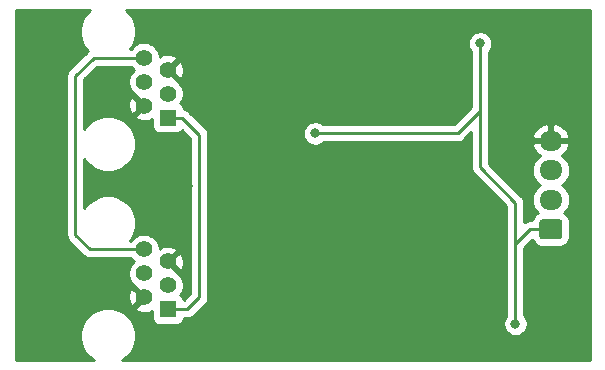
<source format=gbr>
G04 #@! TF.GenerationSoftware,KiCad,Pcbnew,5.1.7-a382d34a8~87~ubuntu20.04.1*
G04 #@! TF.CreationDate,2020-11-16T15:14:02+01:00*
G04 #@! TF.ProjectId,LocoNetInterface_V1.1,4c6f636f-4e65-4744-996e-746572666163,rev?*
G04 #@! TF.SameCoordinates,Original*
G04 #@! TF.FileFunction,Copper,L2,Bot*
G04 #@! TF.FilePolarity,Positive*
%FSLAX46Y46*%
G04 Gerber Fmt 4.6, Leading zero omitted, Abs format (unit mm)*
G04 Created by KiCad (PCBNEW 5.1.7-a382d34a8~87~ubuntu20.04.1) date 2020-11-16 15:14:02*
%MOMM*%
%LPD*%
G01*
G04 APERTURE LIST*
G04 #@! TA.AperFunction,ComponentPad*
%ADD10R,1.398000X1.398000*%
G04 #@! TD*
G04 #@! TA.AperFunction,ComponentPad*
%ADD11C,1.398000*%
G04 #@! TD*
G04 #@! TA.AperFunction,ComponentPad*
%ADD12O,1.950000X1.700000*%
G04 #@! TD*
G04 #@! TA.AperFunction,ViaPad*
%ADD13C,0.800000*%
G04 #@! TD*
G04 #@! TA.AperFunction,Conductor*
%ADD14C,0.250000*%
G04 #@! TD*
G04 #@! TA.AperFunction,Conductor*
%ADD15C,0.254000*%
G04 #@! TD*
G04 #@! TA.AperFunction,Conductor*
%ADD16C,0.100000*%
G04 #@! TD*
G04 APERTURE END LIST*
D10*
X53580000Y-126040000D03*
D11*
X53580000Y-124008000D03*
X53580000Y-121976000D03*
X51550000Y-125024000D03*
X51548000Y-122992000D03*
X51550000Y-120960000D03*
D10*
X53580000Y-109790000D03*
D11*
X53580000Y-107758000D03*
X53580000Y-105726000D03*
X51550000Y-108774000D03*
X51548000Y-106742000D03*
X51550000Y-104710000D03*
D12*
X86000000Y-111750000D03*
X86000000Y-114250000D03*
X86000000Y-116750000D03*
G04 #@! TA.AperFunction,ComponentPad*
G36*
G01*
X86725000Y-120100000D02*
X85275000Y-120100000D01*
G75*
G02*
X85025000Y-119850000I0J250000D01*
G01*
X85025000Y-118650000D01*
G75*
G02*
X85275000Y-118400000I250000J0D01*
G01*
X86725000Y-118400000D01*
G75*
G02*
X86975000Y-118650000I0J-250000D01*
G01*
X86975000Y-119850000D01*
G75*
G02*
X86725000Y-120100000I-250000J0D01*
G01*
G37*
G04 #@! TD.AperFunction*
D13*
X69215000Y-121920000D03*
X80645000Y-117475000D03*
X78105000Y-109220000D03*
X72390000Y-104140000D03*
X55245000Y-115570000D03*
X78750000Y-105000000D03*
X67500000Y-126750000D03*
X80010000Y-103505000D03*
X66040000Y-111125000D03*
X83000000Y-127250000D03*
D14*
X46960000Y-120960000D02*
X51550000Y-120960000D01*
X45750000Y-119750000D02*
X46960000Y-120960000D01*
X45750000Y-106250000D02*
X45750000Y-119750000D01*
X47290000Y-104710000D02*
X45750000Y-106250000D01*
X51550000Y-104710000D02*
X47290000Y-104710000D01*
X53580000Y-109790000D02*
X54790000Y-109790000D01*
X54790000Y-109790000D02*
X56250000Y-111250000D01*
X56250000Y-111250000D02*
X56250000Y-125000000D01*
X55210000Y-126040000D02*
X53580000Y-126040000D01*
X56250000Y-125000000D02*
X55210000Y-126040000D01*
X80010000Y-105875000D02*
X80010000Y-103505000D01*
X80010000Y-105875000D02*
X80010000Y-109220000D01*
X80010000Y-109220000D02*
X78105000Y-111125000D01*
X78105000Y-111125000D02*
X66040000Y-111125000D01*
X80010000Y-107442500D02*
X80010000Y-105875000D01*
X84250000Y-119250000D02*
X86000000Y-119250000D01*
X83000000Y-120500000D02*
X84250000Y-119250000D01*
X83000000Y-127250000D02*
X83000000Y-120500000D01*
X80010000Y-109220000D02*
X80010000Y-114010000D01*
X80010000Y-114010000D02*
X83000000Y-117000000D01*
X83000000Y-117000000D02*
X83000000Y-120500000D01*
D15*
X46666868Y-100983088D02*
X46408595Y-101369621D01*
X46230694Y-101799113D01*
X46140000Y-102255060D01*
X46140000Y-102719940D01*
X46230694Y-103175887D01*
X46408595Y-103605379D01*
X46666868Y-103991912D01*
X46802153Y-104127197D01*
X46782083Y-104143668D01*
X46749999Y-104169999D01*
X46726201Y-104198997D01*
X45239003Y-105686196D01*
X45209999Y-105709999D01*
X45154871Y-105777174D01*
X45115026Y-105825724D01*
X45068733Y-105912332D01*
X45044454Y-105957754D01*
X45000997Y-106101015D01*
X44990000Y-106212668D01*
X44990000Y-106212678D01*
X44986324Y-106250000D01*
X44990000Y-106287322D01*
X44990001Y-119712668D01*
X44986324Y-119750000D01*
X45000998Y-119898985D01*
X45044454Y-120042246D01*
X45115026Y-120174276D01*
X45170534Y-120241912D01*
X45210000Y-120290001D01*
X45238998Y-120313799D01*
X46396205Y-121471008D01*
X46419999Y-121500001D01*
X46448992Y-121523795D01*
X46448996Y-121523799D01*
X46519685Y-121581811D01*
X46535724Y-121594974D01*
X46667753Y-121665546D01*
X46811014Y-121709003D01*
X46922667Y-121720000D01*
X46922676Y-121720000D01*
X46959999Y-121723676D01*
X46997322Y-121720000D01*
X50453427Y-121720000D01*
X50513814Y-121810376D01*
X50678438Y-121975000D01*
X50511814Y-122141624D01*
X50365824Y-122360114D01*
X50265265Y-122602886D01*
X50214000Y-122860612D01*
X50214000Y-123123388D01*
X50265265Y-123381114D01*
X50365824Y-123623886D01*
X50511814Y-123842376D01*
X50697624Y-124028186D01*
X50809225Y-124102755D01*
X50809050Y-124103445D01*
X51550000Y-124844395D01*
X51564143Y-124830253D01*
X51743748Y-125009858D01*
X51729605Y-125024000D01*
X51743748Y-125038143D01*
X51564143Y-125217748D01*
X51550000Y-125203605D01*
X50809050Y-125944555D01*
X50868389Y-126178221D01*
X51106664Y-126289018D01*
X51361975Y-126351202D01*
X51624512Y-126362382D01*
X51884186Y-126322129D01*
X52131017Y-126231990D01*
X52231611Y-126178221D01*
X52242928Y-126133657D01*
X52242928Y-126739000D01*
X52255188Y-126863482D01*
X52291498Y-126983180D01*
X52350463Y-127093494D01*
X52429815Y-127190185D01*
X52526506Y-127269537D01*
X52636820Y-127328502D01*
X52756518Y-127364812D01*
X52881000Y-127377072D01*
X54279000Y-127377072D01*
X54403482Y-127364812D01*
X54523180Y-127328502D01*
X54633494Y-127269537D01*
X54730185Y-127190185D01*
X54809537Y-127093494D01*
X54868502Y-126983180D01*
X54904812Y-126863482D01*
X54911064Y-126800000D01*
X55172678Y-126800000D01*
X55210000Y-126803676D01*
X55247322Y-126800000D01*
X55247333Y-126800000D01*
X55358986Y-126789003D01*
X55502247Y-126745546D01*
X55634276Y-126674974D01*
X55750001Y-126580001D01*
X55773804Y-126550998D01*
X56761003Y-125563799D01*
X56790001Y-125540001D01*
X56849636Y-125467336D01*
X56884974Y-125424277D01*
X56955546Y-125292247D01*
X56959261Y-125280000D01*
X56999003Y-125148986D01*
X57010000Y-125037333D01*
X57010000Y-125037324D01*
X57013676Y-125000001D01*
X57010000Y-124962678D01*
X57010000Y-111287323D01*
X57013676Y-111250000D01*
X57010000Y-111212677D01*
X57010000Y-111212667D01*
X56999003Y-111101014D01*
X56975357Y-111023061D01*
X65005000Y-111023061D01*
X65005000Y-111226939D01*
X65044774Y-111426898D01*
X65122795Y-111615256D01*
X65236063Y-111784774D01*
X65380226Y-111928937D01*
X65549744Y-112042205D01*
X65738102Y-112120226D01*
X65938061Y-112160000D01*
X66141939Y-112160000D01*
X66341898Y-112120226D01*
X66530256Y-112042205D01*
X66699774Y-111928937D01*
X66743711Y-111885000D01*
X78067678Y-111885000D01*
X78105000Y-111888676D01*
X78142322Y-111885000D01*
X78142333Y-111885000D01*
X78253986Y-111874003D01*
X78397247Y-111830546D01*
X78529276Y-111759974D01*
X78645001Y-111665001D01*
X78668804Y-111635997D01*
X79250000Y-111054801D01*
X79250001Y-113972668D01*
X79246324Y-114010000D01*
X79260998Y-114158985D01*
X79304454Y-114302246D01*
X79375026Y-114434276D01*
X79446201Y-114521002D01*
X79470000Y-114550001D01*
X79498998Y-114573799D01*
X82240000Y-117314802D01*
X82240001Y-120462667D01*
X82236324Y-120500000D01*
X82240001Y-120537332D01*
X82240000Y-126546289D01*
X82196063Y-126590226D01*
X82082795Y-126759744D01*
X82004774Y-126948102D01*
X81965000Y-127148061D01*
X81965000Y-127351939D01*
X82004774Y-127551898D01*
X82082795Y-127740256D01*
X82196063Y-127909774D01*
X82340226Y-128053937D01*
X82509744Y-128167205D01*
X82698102Y-128245226D01*
X82898061Y-128285000D01*
X83101939Y-128285000D01*
X83301898Y-128245226D01*
X83490256Y-128167205D01*
X83659774Y-128053937D01*
X83803937Y-127909774D01*
X83917205Y-127740256D01*
X83995226Y-127551898D01*
X84035000Y-127351939D01*
X84035000Y-127148061D01*
X83995226Y-126948102D01*
X83917205Y-126759744D01*
X83803937Y-126590226D01*
X83760000Y-126546289D01*
X83760000Y-120814801D01*
X84438335Y-120136467D01*
X84454528Y-120189850D01*
X84536595Y-120343386D01*
X84647038Y-120477962D01*
X84781614Y-120588405D01*
X84935150Y-120670472D01*
X85101746Y-120721008D01*
X85275000Y-120738072D01*
X86725000Y-120738072D01*
X86898254Y-120721008D01*
X87064850Y-120670472D01*
X87218386Y-120588405D01*
X87352962Y-120477962D01*
X87463405Y-120343386D01*
X87545472Y-120189850D01*
X87596008Y-120023254D01*
X87613072Y-119850000D01*
X87613072Y-118650000D01*
X87596008Y-118476746D01*
X87545472Y-118310150D01*
X87463405Y-118156614D01*
X87352962Y-118022038D01*
X87218386Y-117911595D01*
X87116663Y-117857223D01*
X87180134Y-117805134D01*
X87365706Y-117579014D01*
X87503599Y-117321034D01*
X87588513Y-117041111D01*
X87617185Y-116750000D01*
X87588513Y-116458889D01*
X87503599Y-116178966D01*
X87365706Y-115920986D01*
X87180134Y-115694866D01*
X86954014Y-115509294D01*
X86936626Y-115500000D01*
X86954014Y-115490706D01*
X87180134Y-115305134D01*
X87365706Y-115079014D01*
X87503599Y-114821034D01*
X87588513Y-114541111D01*
X87617185Y-114250000D01*
X87588513Y-113958889D01*
X87503599Y-113678966D01*
X87365706Y-113420986D01*
X87180134Y-113194866D01*
X86954014Y-113009294D01*
X86928278Y-112995538D01*
X87134429Y-112839049D01*
X87327496Y-112621193D01*
X87474352Y-112369858D01*
X87566476Y-112106890D01*
X87445155Y-111877000D01*
X86127000Y-111877000D01*
X86127000Y-111897000D01*
X85873000Y-111897000D01*
X85873000Y-111877000D01*
X84554845Y-111877000D01*
X84433524Y-112106890D01*
X84525648Y-112369858D01*
X84672504Y-112621193D01*
X84865571Y-112839049D01*
X85071722Y-112995538D01*
X85045986Y-113009294D01*
X84819866Y-113194866D01*
X84634294Y-113420986D01*
X84496401Y-113678966D01*
X84411487Y-113958889D01*
X84382815Y-114250000D01*
X84411487Y-114541111D01*
X84496401Y-114821034D01*
X84634294Y-115079014D01*
X84819866Y-115305134D01*
X85045986Y-115490706D01*
X85063374Y-115500000D01*
X85045986Y-115509294D01*
X84819866Y-115694866D01*
X84634294Y-115920986D01*
X84496401Y-116178966D01*
X84411487Y-116458889D01*
X84382815Y-116750000D01*
X84411487Y-117041111D01*
X84496401Y-117321034D01*
X84634294Y-117579014D01*
X84819866Y-117805134D01*
X84883337Y-117857223D01*
X84781614Y-117911595D01*
X84647038Y-118022038D01*
X84536595Y-118156614D01*
X84454528Y-118310150D01*
X84403992Y-118476746D01*
X84402687Y-118490000D01*
X84287323Y-118490000D01*
X84250000Y-118486324D01*
X84212677Y-118490000D01*
X84212667Y-118490000D01*
X84101014Y-118500997D01*
X83957753Y-118544454D01*
X83825723Y-118615026D01*
X83783108Y-118650000D01*
X83760000Y-118668964D01*
X83760000Y-117037333D01*
X83763677Y-117000000D01*
X83749003Y-116851014D01*
X83705546Y-116707753D01*
X83634974Y-116575724D01*
X83563799Y-116488997D01*
X83540001Y-116459999D01*
X83511004Y-116436202D01*
X80770000Y-113695199D01*
X80770000Y-111393110D01*
X84433524Y-111393110D01*
X84554845Y-111623000D01*
X85873000Y-111623000D01*
X85873000Y-110423835D01*
X86127000Y-110423835D01*
X86127000Y-111623000D01*
X87445155Y-111623000D01*
X87566476Y-111393110D01*
X87474352Y-111130142D01*
X87327496Y-110878807D01*
X87134429Y-110660951D01*
X86902570Y-110484947D01*
X86640830Y-110357558D01*
X86359267Y-110283680D01*
X86127000Y-110423835D01*
X85873000Y-110423835D01*
X85640733Y-110283680D01*
X85359170Y-110357558D01*
X85097430Y-110484947D01*
X84865571Y-110660951D01*
X84672504Y-110878807D01*
X84525648Y-111130142D01*
X84433524Y-111393110D01*
X80770000Y-111393110D01*
X80770000Y-109257323D01*
X80773676Y-109220000D01*
X80770000Y-109182677D01*
X80770000Y-104208711D01*
X80813937Y-104164774D01*
X80927205Y-103995256D01*
X81005226Y-103806898D01*
X81045000Y-103606939D01*
X81045000Y-103403061D01*
X81005226Y-103203102D01*
X80927205Y-103014744D01*
X80813937Y-102845226D01*
X80669774Y-102701063D01*
X80500256Y-102587795D01*
X80311898Y-102509774D01*
X80111939Y-102470000D01*
X79908061Y-102470000D01*
X79708102Y-102509774D01*
X79519744Y-102587795D01*
X79350226Y-102701063D01*
X79206063Y-102845226D01*
X79092795Y-103014744D01*
X79014774Y-103203102D01*
X78975000Y-103403061D01*
X78975000Y-103606939D01*
X79014774Y-103806898D01*
X79092795Y-103995256D01*
X79206063Y-104164774D01*
X79250001Y-104208712D01*
X79250000Y-105837667D01*
X79250000Y-105837668D01*
X79250001Y-108905197D01*
X77790199Y-110365000D01*
X66743711Y-110365000D01*
X66699774Y-110321063D01*
X66530256Y-110207795D01*
X66341898Y-110129774D01*
X66141939Y-110090000D01*
X65938061Y-110090000D01*
X65738102Y-110129774D01*
X65549744Y-110207795D01*
X65380226Y-110321063D01*
X65236063Y-110465226D01*
X65122795Y-110634744D01*
X65044774Y-110823102D01*
X65005000Y-111023061D01*
X56975357Y-111023061D01*
X56955546Y-110957753D01*
X56884974Y-110825724D01*
X56790001Y-110709999D01*
X56761004Y-110686202D01*
X55353804Y-109279003D01*
X55330001Y-109249999D01*
X55214276Y-109155026D01*
X55082247Y-109084454D01*
X54938986Y-109040997D01*
X54911884Y-109038328D01*
X54904812Y-108966518D01*
X54868502Y-108846820D01*
X54809537Y-108736506D01*
X54730185Y-108639815D01*
X54642992Y-108568258D01*
X54762176Y-108389886D01*
X54862735Y-108147114D01*
X54914000Y-107889388D01*
X54914000Y-107626612D01*
X54862735Y-107368886D01*
X54762176Y-107126114D01*
X54616186Y-106907624D01*
X54430376Y-106721814D01*
X54320485Y-106648387D01*
X54320950Y-106646555D01*
X53580000Y-105905605D01*
X53565858Y-105919748D01*
X53386253Y-105740143D01*
X53400395Y-105726000D01*
X53759605Y-105726000D01*
X54500555Y-106466950D01*
X54734221Y-106407611D01*
X54845018Y-106169336D01*
X54907202Y-105914025D01*
X54918382Y-105651488D01*
X54878129Y-105391814D01*
X54787990Y-105144983D01*
X54734221Y-105044389D01*
X54500555Y-104985050D01*
X53759605Y-105726000D01*
X53400395Y-105726000D01*
X53386253Y-105711858D01*
X53565858Y-105532253D01*
X53580000Y-105546395D01*
X54320950Y-104805445D01*
X54261611Y-104571779D01*
X54023336Y-104460982D01*
X53768025Y-104398798D01*
X53505488Y-104387618D01*
X53245814Y-104427871D01*
X52998983Y-104518010D01*
X52898389Y-104571779D01*
X52884000Y-104628440D01*
X52884000Y-104578612D01*
X52832735Y-104320886D01*
X52732176Y-104078114D01*
X52586186Y-103859624D01*
X52400376Y-103673814D01*
X52181886Y-103527824D01*
X51939114Y-103427265D01*
X51681388Y-103376000D01*
X51418612Y-103376000D01*
X51160886Y-103427265D01*
X50918114Y-103527824D01*
X50699624Y-103673814D01*
X50513814Y-103859624D01*
X50453427Y-103950000D01*
X50361137Y-103950000D01*
X50591405Y-103605379D01*
X50769306Y-103175887D01*
X50860000Y-102719940D01*
X50860000Y-102255060D01*
X50769306Y-101799113D01*
X50591405Y-101369621D01*
X50333132Y-100983088D01*
X50060044Y-100710000D01*
X89290001Y-100710000D01*
X89290000Y-130290000D01*
X49713520Y-130290000D01*
X50004412Y-130095632D01*
X50333132Y-129766912D01*
X50591405Y-129380379D01*
X50769306Y-128950887D01*
X50860000Y-128494940D01*
X50860000Y-128030060D01*
X50769306Y-127574113D01*
X50591405Y-127144621D01*
X50333132Y-126758088D01*
X50004412Y-126429368D01*
X49617879Y-126171095D01*
X49188387Y-125993194D01*
X48732440Y-125902500D01*
X48267560Y-125902500D01*
X47811613Y-125993194D01*
X47382121Y-126171095D01*
X46995588Y-126429368D01*
X46666868Y-126758088D01*
X46408595Y-127144621D01*
X46230694Y-127574113D01*
X46140000Y-128030060D01*
X46140000Y-128494940D01*
X46230694Y-128950887D01*
X46408595Y-129380379D01*
X46666868Y-129766912D01*
X46995588Y-130095632D01*
X47286480Y-130290000D01*
X40710000Y-130290000D01*
X40710000Y-125098512D01*
X50211618Y-125098512D01*
X50251871Y-125358186D01*
X50342010Y-125605017D01*
X50395779Y-125705611D01*
X50629445Y-125764950D01*
X51370395Y-125024000D01*
X50629445Y-124283050D01*
X50395779Y-124342389D01*
X50284982Y-124580664D01*
X50222798Y-124835975D01*
X50211618Y-125098512D01*
X40710000Y-125098512D01*
X40710000Y-100710000D01*
X46939956Y-100710000D01*
X46666868Y-100983088D01*
G04 #@! TA.AperFunction,Conductor*
D16*
G36*
X46666868Y-100983088D02*
G01*
X46408595Y-101369621D01*
X46230694Y-101799113D01*
X46140000Y-102255060D01*
X46140000Y-102719940D01*
X46230694Y-103175887D01*
X46408595Y-103605379D01*
X46666868Y-103991912D01*
X46802153Y-104127197D01*
X46782083Y-104143668D01*
X46749999Y-104169999D01*
X46726201Y-104198997D01*
X45239003Y-105686196D01*
X45209999Y-105709999D01*
X45154871Y-105777174D01*
X45115026Y-105825724D01*
X45068733Y-105912332D01*
X45044454Y-105957754D01*
X45000997Y-106101015D01*
X44990000Y-106212668D01*
X44990000Y-106212678D01*
X44986324Y-106250000D01*
X44990000Y-106287322D01*
X44990001Y-119712668D01*
X44986324Y-119750000D01*
X45000998Y-119898985D01*
X45044454Y-120042246D01*
X45115026Y-120174276D01*
X45170534Y-120241912D01*
X45210000Y-120290001D01*
X45238998Y-120313799D01*
X46396205Y-121471008D01*
X46419999Y-121500001D01*
X46448992Y-121523795D01*
X46448996Y-121523799D01*
X46519685Y-121581811D01*
X46535724Y-121594974D01*
X46667753Y-121665546D01*
X46811014Y-121709003D01*
X46922667Y-121720000D01*
X46922676Y-121720000D01*
X46959999Y-121723676D01*
X46997322Y-121720000D01*
X50453427Y-121720000D01*
X50513814Y-121810376D01*
X50678438Y-121975000D01*
X50511814Y-122141624D01*
X50365824Y-122360114D01*
X50265265Y-122602886D01*
X50214000Y-122860612D01*
X50214000Y-123123388D01*
X50265265Y-123381114D01*
X50365824Y-123623886D01*
X50511814Y-123842376D01*
X50697624Y-124028186D01*
X50809225Y-124102755D01*
X50809050Y-124103445D01*
X51550000Y-124844395D01*
X51564143Y-124830253D01*
X51743748Y-125009858D01*
X51729605Y-125024000D01*
X51743748Y-125038143D01*
X51564143Y-125217748D01*
X51550000Y-125203605D01*
X50809050Y-125944555D01*
X50868389Y-126178221D01*
X51106664Y-126289018D01*
X51361975Y-126351202D01*
X51624512Y-126362382D01*
X51884186Y-126322129D01*
X52131017Y-126231990D01*
X52231611Y-126178221D01*
X52242928Y-126133657D01*
X52242928Y-126739000D01*
X52255188Y-126863482D01*
X52291498Y-126983180D01*
X52350463Y-127093494D01*
X52429815Y-127190185D01*
X52526506Y-127269537D01*
X52636820Y-127328502D01*
X52756518Y-127364812D01*
X52881000Y-127377072D01*
X54279000Y-127377072D01*
X54403482Y-127364812D01*
X54523180Y-127328502D01*
X54633494Y-127269537D01*
X54730185Y-127190185D01*
X54809537Y-127093494D01*
X54868502Y-126983180D01*
X54904812Y-126863482D01*
X54911064Y-126800000D01*
X55172678Y-126800000D01*
X55210000Y-126803676D01*
X55247322Y-126800000D01*
X55247333Y-126800000D01*
X55358986Y-126789003D01*
X55502247Y-126745546D01*
X55634276Y-126674974D01*
X55750001Y-126580001D01*
X55773804Y-126550998D01*
X56761003Y-125563799D01*
X56790001Y-125540001D01*
X56849636Y-125467336D01*
X56884974Y-125424277D01*
X56955546Y-125292247D01*
X56959261Y-125280000D01*
X56999003Y-125148986D01*
X57010000Y-125037333D01*
X57010000Y-125037324D01*
X57013676Y-125000001D01*
X57010000Y-124962678D01*
X57010000Y-111287323D01*
X57013676Y-111250000D01*
X57010000Y-111212677D01*
X57010000Y-111212667D01*
X56999003Y-111101014D01*
X56975357Y-111023061D01*
X65005000Y-111023061D01*
X65005000Y-111226939D01*
X65044774Y-111426898D01*
X65122795Y-111615256D01*
X65236063Y-111784774D01*
X65380226Y-111928937D01*
X65549744Y-112042205D01*
X65738102Y-112120226D01*
X65938061Y-112160000D01*
X66141939Y-112160000D01*
X66341898Y-112120226D01*
X66530256Y-112042205D01*
X66699774Y-111928937D01*
X66743711Y-111885000D01*
X78067678Y-111885000D01*
X78105000Y-111888676D01*
X78142322Y-111885000D01*
X78142333Y-111885000D01*
X78253986Y-111874003D01*
X78397247Y-111830546D01*
X78529276Y-111759974D01*
X78645001Y-111665001D01*
X78668804Y-111635997D01*
X79250000Y-111054801D01*
X79250001Y-113972668D01*
X79246324Y-114010000D01*
X79260998Y-114158985D01*
X79304454Y-114302246D01*
X79375026Y-114434276D01*
X79446201Y-114521002D01*
X79470000Y-114550001D01*
X79498998Y-114573799D01*
X82240000Y-117314802D01*
X82240001Y-120462667D01*
X82236324Y-120500000D01*
X82240001Y-120537332D01*
X82240000Y-126546289D01*
X82196063Y-126590226D01*
X82082795Y-126759744D01*
X82004774Y-126948102D01*
X81965000Y-127148061D01*
X81965000Y-127351939D01*
X82004774Y-127551898D01*
X82082795Y-127740256D01*
X82196063Y-127909774D01*
X82340226Y-128053937D01*
X82509744Y-128167205D01*
X82698102Y-128245226D01*
X82898061Y-128285000D01*
X83101939Y-128285000D01*
X83301898Y-128245226D01*
X83490256Y-128167205D01*
X83659774Y-128053937D01*
X83803937Y-127909774D01*
X83917205Y-127740256D01*
X83995226Y-127551898D01*
X84035000Y-127351939D01*
X84035000Y-127148061D01*
X83995226Y-126948102D01*
X83917205Y-126759744D01*
X83803937Y-126590226D01*
X83760000Y-126546289D01*
X83760000Y-120814801D01*
X84438335Y-120136467D01*
X84454528Y-120189850D01*
X84536595Y-120343386D01*
X84647038Y-120477962D01*
X84781614Y-120588405D01*
X84935150Y-120670472D01*
X85101746Y-120721008D01*
X85275000Y-120738072D01*
X86725000Y-120738072D01*
X86898254Y-120721008D01*
X87064850Y-120670472D01*
X87218386Y-120588405D01*
X87352962Y-120477962D01*
X87463405Y-120343386D01*
X87545472Y-120189850D01*
X87596008Y-120023254D01*
X87613072Y-119850000D01*
X87613072Y-118650000D01*
X87596008Y-118476746D01*
X87545472Y-118310150D01*
X87463405Y-118156614D01*
X87352962Y-118022038D01*
X87218386Y-117911595D01*
X87116663Y-117857223D01*
X87180134Y-117805134D01*
X87365706Y-117579014D01*
X87503599Y-117321034D01*
X87588513Y-117041111D01*
X87617185Y-116750000D01*
X87588513Y-116458889D01*
X87503599Y-116178966D01*
X87365706Y-115920986D01*
X87180134Y-115694866D01*
X86954014Y-115509294D01*
X86936626Y-115500000D01*
X86954014Y-115490706D01*
X87180134Y-115305134D01*
X87365706Y-115079014D01*
X87503599Y-114821034D01*
X87588513Y-114541111D01*
X87617185Y-114250000D01*
X87588513Y-113958889D01*
X87503599Y-113678966D01*
X87365706Y-113420986D01*
X87180134Y-113194866D01*
X86954014Y-113009294D01*
X86928278Y-112995538D01*
X87134429Y-112839049D01*
X87327496Y-112621193D01*
X87474352Y-112369858D01*
X87566476Y-112106890D01*
X87445155Y-111877000D01*
X86127000Y-111877000D01*
X86127000Y-111897000D01*
X85873000Y-111897000D01*
X85873000Y-111877000D01*
X84554845Y-111877000D01*
X84433524Y-112106890D01*
X84525648Y-112369858D01*
X84672504Y-112621193D01*
X84865571Y-112839049D01*
X85071722Y-112995538D01*
X85045986Y-113009294D01*
X84819866Y-113194866D01*
X84634294Y-113420986D01*
X84496401Y-113678966D01*
X84411487Y-113958889D01*
X84382815Y-114250000D01*
X84411487Y-114541111D01*
X84496401Y-114821034D01*
X84634294Y-115079014D01*
X84819866Y-115305134D01*
X85045986Y-115490706D01*
X85063374Y-115500000D01*
X85045986Y-115509294D01*
X84819866Y-115694866D01*
X84634294Y-115920986D01*
X84496401Y-116178966D01*
X84411487Y-116458889D01*
X84382815Y-116750000D01*
X84411487Y-117041111D01*
X84496401Y-117321034D01*
X84634294Y-117579014D01*
X84819866Y-117805134D01*
X84883337Y-117857223D01*
X84781614Y-117911595D01*
X84647038Y-118022038D01*
X84536595Y-118156614D01*
X84454528Y-118310150D01*
X84403992Y-118476746D01*
X84402687Y-118490000D01*
X84287323Y-118490000D01*
X84250000Y-118486324D01*
X84212677Y-118490000D01*
X84212667Y-118490000D01*
X84101014Y-118500997D01*
X83957753Y-118544454D01*
X83825723Y-118615026D01*
X83783108Y-118650000D01*
X83760000Y-118668964D01*
X83760000Y-117037333D01*
X83763677Y-117000000D01*
X83749003Y-116851014D01*
X83705546Y-116707753D01*
X83634974Y-116575724D01*
X83563799Y-116488997D01*
X83540001Y-116459999D01*
X83511004Y-116436202D01*
X80770000Y-113695199D01*
X80770000Y-111393110D01*
X84433524Y-111393110D01*
X84554845Y-111623000D01*
X85873000Y-111623000D01*
X85873000Y-110423835D01*
X86127000Y-110423835D01*
X86127000Y-111623000D01*
X87445155Y-111623000D01*
X87566476Y-111393110D01*
X87474352Y-111130142D01*
X87327496Y-110878807D01*
X87134429Y-110660951D01*
X86902570Y-110484947D01*
X86640830Y-110357558D01*
X86359267Y-110283680D01*
X86127000Y-110423835D01*
X85873000Y-110423835D01*
X85640733Y-110283680D01*
X85359170Y-110357558D01*
X85097430Y-110484947D01*
X84865571Y-110660951D01*
X84672504Y-110878807D01*
X84525648Y-111130142D01*
X84433524Y-111393110D01*
X80770000Y-111393110D01*
X80770000Y-109257323D01*
X80773676Y-109220000D01*
X80770000Y-109182677D01*
X80770000Y-104208711D01*
X80813937Y-104164774D01*
X80927205Y-103995256D01*
X81005226Y-103806898D01*
X81045000Y-103606939D01*
X81045000Y-103403061D01*
X81005226Y-103203102D01*
X80927205Y-103014744D01*
X80813937Y-102845226D01*
X80669774Y-102701063D01*
X80500256Y-102587795D01*
X80311898Y-102509774D01*
X80111939Y-102470000D01*
X79908061Y-102470000D01*
X79708102Y-102509774D01*
X79519744Y-102587795D01*
X79350226Y-102701063D01*
X79206063Y-102845226D01*
X79092795Y-103014744D01*
X79014774Y-103203102D01*
X78975000Y-103403061D01*
X78975000Y-103606939D01*
X79014774Y-103806898D01*
X79092795Y-103995256D01*
X79206063Y-104164774D01*
X79250001Y-104208712D01*
X79250000Y-105837667D01*
X79250000Y-105837668D01*
X79250001Y-108905197D01*
X77790199Y-110365000D01*
X66743711Y-110365000D01*
X66699774Y-110321063D01*
X66530256Y-110207795D01*
X66341898Y-110129774D01*
X66141939Y-110090000D01*
X65938061Y-110090000D01*
X65738102Y-110129774D01*
X65549744Y-110207795D01*
X65380226Y-110321063D01*
X65236063Y-110465226D01*
X65122795Y-110634744D01*
X65044774Y-110823102D01*
X65005000Y-111023061D01*
X56975357Y-111023061D01*
X56955546Y-110957753D01*
X56884974Y-110825724D01*
X56790001Y-110709999D01*
X56761004Y-110686202D01*
X55353804Y-109279003D01*
X55330001Y-109249999D01*
X55214276Y-109155026D01*
X55082247Y-109084454D01*
X54938986Y-109040997D01*
X54911884Y-109038328D01*
X54904812Y-108966518D01*
X54868502Y-108846820D01*
X54809537Y-108736506D01*
X54730185Y-108639815D01*
X54642992Y-108568258D01*
X54762176Y-108389886D01*
X54862735Y-108147114D01*
X54914000Y-107889388D01*
X54914000Y-107626612D01*
X54862735Y-107368886D01*
X54762176Y-107126114D01*
X54616186Y-106907624D01*
X54430376Y-106721814D01*
X54320485Y-106648387D01*
X54320950Y-106646555D01*
X53580000Y-105905605D01*
X53565858Y-105919748D01*
X53386253Y-105740143D01*
X53400395Y-105726000D01*
X53759605Y-105726000D01*
X54500555Y-106466950D01*
X54734221Y-106407611D01*
X54845018Y-106169336D01*
X54907202Y-105914025D01*
X54918382Y-105651488D01*
X54878129Y-105391814D01*
X54787990Y-105144983D01*
X54734221Y-105044389D01*
X54500555Y-104985050D01*
X53759605Y-105726000D01*
X53400395Y-105726000D01*
X53386253Y-105711858D01*
X53565858Y-105532253D01*
X53580000Y-105546395D01*
X54320950Y-104805445D01*
X54261611Y-104571779D01*
X54023336Y-104460982D01*
X53768025Y-104398798D01*
X53505488Y-104387618D01*
X53245814Y-104427871D01*
X52998983Y-104518010D01*
X52898389Y-104571779D01*
X52884000Y-104628440D01*
X52884000Y-104578612D01*
X52832735Y-104320886D01*
X52732176Y-104078114D01*
X52586186Y-103859624D01*
X52400376Y-103673814D01*
X52181886Y-103527824D01*
X51939114Y-103427265D01*
X51681388Y-103376000D01*
X51418612Y-103376000D01*
X51160886Y-103427265D01*
X50918114Y-103527824D01*
X50699624Y-103673814D01*
X50513814Y-103859624D01*
X50453427Y-103950000D01*
X50361137Y-103950000D01*
X50591405Y-103605379D01*
X50769306Y-103175887D01*
X50860000Y-102719940D01*
X50860000Y-102255060D01*
X50769306Y-101799113D01*
X50591405Y-101369621D01*
X50333132Y-100983088D01*
X50060044Y-100710000D01*
X89290001Y-100710000D01*
X89290000Y-130290000D01*
X49713520Y-130290000D01*
X50004412Y-130095632D01*
X50333132Y-129766912D01*
X50591405Y-129380379D01*
X50769306Y-128950887D01*
X50860000Y-128494940D01*
X50860000Y-128030060D01*
X50769306Y-127574113D01*
X50591405Y-127144621D01*
X50333132Y-126758088D01*
X50004412Y-126429368D01*
X49617879Y-126171095D01*
X49188387Y-125993194D01*
X48732440Y-125902500D01*
X48267560Y-125902500D01*
X47811613Y-125993194D01*
X47382121Y-126171095D01*
X46995588Y-126429368D01*
X46666868Y-126758088D01*
X46408595Y-127144621D01*
X46230694Y-127574113D01*
X46140000Y-128030060D01*
X46140000Y-128494940D01*
X46230694Y-128950887D01*
X46408595Y-129380379D01*
X46666868Y-129766912D01*
X46995588Y-130095632D01*
X47286480Y-130290000D01*
X40710000Y-130290000D01*
X40710000Y-125098512D01*
X50211618Y-125098512D01*
X50251871Y-125358186D01*
X50342010Y-125605017D01*
X50395779Y-125705611D01*
X50629445Y-125764950D01*
X51370395Y-125024000D01*
X50629445Y-124283050D01*
X50395779Y-124342389D01*
X50284982Y-124580664D01*
X50222798Y-124835975D01*
X50211618Y-125098512D01*
X40710000Y-125098512D01*
X40710000Y-100710000D01*
X46939956Y-100710000D01*
X46666868Y-100983088D01*
G37*
G04 #@! TD.AperFunction*
D15*
X50513814Y-105560376D02*
X50678438Y-105725000D01*
X50511814Y-105891624D01*
X50365824Y-106110114D01*
X50265265Y-106352886D01*
X50214000Y-106610612D01*
X50214000Y-106873388D01*
X50265265Y-107131114D01*
X50365824Y-107373886D01*
X50511814Y-107592376D01*
X50697624Y-107778186D01*
X50809225Y-107852755D01*
X50809050Y-107853445D01*
X51550000Y-108594395D01*
X51564143Y-108580253D01*
X51743748Y-108759858D01*
X51729605Y-108774000D01*
X51743748Y-108788143D01*
X51564143Y-108967748D01*
X51550000Y-108953605D01*
X50809050Y-109694555D01*
X50868389Y-109928221D01*
X51106664Y-110039018D01*
X51361975Y-110101202D01*
X51624512Y-110112382D01*
X51884186Y-110072129D01*
X52131017Y-109981990D01*
X52231611Y-109928221D01*
X52242928Y-109883657D01*
X52242928Y-110489000D01*
X52255188Y-110613482D01*
X52291498Y-110733180D01*
X52350463Y-110843494D01*
X52429815Y-110940185D01*
X52526506Y-111019537D01*
X52636820Y-111078502D01*
X52756518Y-111114812D01*
X52881000Y-111127072D01*
X54279000Y-111127072D01*
X54403482Y-111114812D01*
X54523180Y-111078502D01*
X54633494Y-111019537D01*
X54730185Y-110940185D01*
X54791126Y-110865928D01*
X55490000Y-111564802D01*
X55490001Y-124685197D01*
X54909642Y-125265557D01*
X54904812Y-125216518D01*
X54868502Y-125096820D01*
X54809537Y-124986506D01*
X54730185Y-124889815D01*
X54642992Y-124818258D01*
X54762176Y-124639886D01*
X54862735Y-124397114D01*
X54914000Y-124139388D01*
X54914000Y-123876612D01*
X54862735Y-123618886D01*
X54762176Y-123376114D01*
X54616186Y-123157624D01*
X54430376Y-122971814D01*
X54320485Y-122898387D01*
X54320950Y-122896555D01*
X53580000Y-122155605D01*
X53565858Y-122169748D01*
X53386253Y-121990143D01*
X53400395Y-121976000D01*
X53759605Y-121976000D01*
X54500555Y-122716950D01*
X54734221Y-122657611D01*
X54845018Y-122419336D01*
X54907202Y-122164025D01*
X54918382Y-121901488D01*
X54878129Y-121641814D01*
X54787990Y-121394983D01*
X54734221Y-121294389D01*
X54500555Y-121235050D01*
X53759605Y-121976000D01*
X53400395Y-121976000D01*
X53386253Y-121961858D01*
X53565858Y-121782253D01*
X53580000Y-121796395D01*
X54320950Y-121055445D01*
X54261611Y-120821779D01*
X54023336Y-120710982D01*
X53768025Y-120648798D01*
X53505488Y-120637618D01*
X53245814Y-120677871D01*
X52998983Y-120768010D01*
X52898389Y-120821779D01*
X52884000Y-120878440D01*
X52884000Y-120828612D01*
X52832735Y-120570886D01*
X52732176Y-120328114D01*
X52586186Y-120109624D01*
X52400376Y-119923814D01*
X52181886Y-119777824D01*
X51939114Y-119677265D01*
X51681388Y-119626000D01*
X51418612Y-119626000D01*
X51160886Y-119677265D01*
X50918114Y-119777824D01*
X50699624Y-119923814D01*
X50513814Y-120109624D01*
X50453427Y-120200000D01*
X50361137Y-120200000D01*
X50591405Y-119855379D01*
X50769306Y-119425887D01*
X50860000Y-118969940D01*
X50860000Y-118505060D01*
X50769306Y-118049113D01*
X50591405Y-117619621D01*
X50333132Y-117233088D01*
X50004412Y-116904368D01*
X49617879Y-116646095D01*
X49188387Y-116468194D01*
X48732440Y-116377500D01*
X48267560Y-116377500D01*
X47811613Y-116468194D01*
X47382121Y-116646095D01*
X46995588Y-116904368D01*
X46666868Y-117233088D01*
X46510000Y-117467858D01*
X46510000Y-113282142D01*
X46666868Y-113516912D01*
X46995588Y-113845632D01*
X47382121Y-114103905D01*
X47811613Y-114281806D01*
X48267560Y-114372500D01*
X48732440Y-114372500D01*
X49188387Y-114281806D01*
X49617879Y-114103905D01*
X50004412Y-113845632D01*
X50333132Y-113516912D01*
X50591405Y-113130379D01*
X50769306Y-112700887D01*
X50860000Y-112244940D01*
X50860000Y-111780060D01*
X50769306Y-111324113D01*
X50591405Y-110894621D01*
X50333132Y-110508088D01*
X50004412Y-110179368D01*
X49617879Y-109921095D01*
X49188387Y-109743194D01*
X48732440Y-109652500D01*
X48267560Y-109652500D01*
X47811613Y-109743194D01*
X47382121Y-109921095D01*
X46995588Y-110179368D01*
X46666868Y-110508088D01*
X46510000Y-110742858D01*
X46510000Y-108848512D01*
X50211618Y-108848512D01*
X50251871Y-109108186D01*
X50342010Y-109355017D01*
X50395779Y-109455611D01*
X50629445Y-109514950D01*
X51370395Y-108774000D01*
X50629445Y-108033050D01*
X50395779Y-108092389D01*
X50284982Y-108330664D01*
X50222798Y-108585975D01*
X50211618Y-108848512D01*
X46510000Y-108848512D01*
X46510000Y-106564801D01*
X47604802Y-105470000D01*
X50453427Y-105470000D01*
X50513814Y-105560376D01*
G04 #@! TA.AperFunction,Conductor*
D16*
G36*
X50513814Y-105560376D02*
G01*
X50678438Y-105725000D01*
X50511814Y-105891624D01*
X50365824Y-106110114D01*
X50265265Y-106352886D01*
X50214000Y-106610612D01*
X50214000Y-106873388D01*
X50265265Y-107131114D01*
X50365824Y-107373886D01*
X50511814Y-107592376D01*
X50697624Y-107778186D01*
X50809225Y-107852755D01*
X50809050Y-107853445D01*
X51550000Y-108594395D01*
X51564143Y-108580253D01*
X51743748Y-108759858D01*
X51729605Y-108774000D01*
X51743748Y-108788143D01*
X51564143Y-108967748D01*
X51550000Y-108953605D01*
X50809050Y-109694555D01*
X50868389Y-109928221D01*
X51106664Y-110039018D01*
X51361975Y-110101202D01*
X51624512Y-110112382D01*
X51884186Y-110072129D01*
X52131017Y-109981990D01*
X52231611Y-109928221D01*
X52242928Y-109883657D01*
X52242928Y-110489000D01*
X52255188Y-110613482D01*
X52291498Y-110733180D01*
X52350463Y-110843494D01*
X52429815Y-110940185D01*
X52526506Y-111019537D01*
X52636820Y-111078502D01*
X52756518Y-111114812D01*
X52881000Y-111127072D01*
X54279000Y-111127072D01*
X54403482Y-111114812D01*
X54523180Y-111078502D01*
X54633494Y-111019537D01*
X54730185Y-110940185D01*
X54791126Y-110865928D01*
X55490000Y-111564802D01*
X55490001Y-124685197D01*
X54909642Y-125265557D01*
X54904812Y-125216518D01*
X54868502Y-125096820D01*
X54809537Y-124986506D01*
X54730185Y-124889815D01*
X54642992Y-124818258D01*
X54762176Y-124639886D01*
X54862735Y-124397114D01*
X54914000Y-124139388D01*
X54914000Y-123876612D01*
X54862735Y-123618886D01*
X54762176Y-123376114D01*
X54616186Y-123157624D01*
X54430376Y-122971814D01*
X54320485Y-122898387D01*
X54320950Y-122896555D01*
X53580000Y-122155605D01*
X53565858Y-122169748D01*
X53386253Y-121990143D01*
X53400395Y-121976000D01*
X53759605Y-121976000D01*
X54500555Y-122716950D01*
X54734221Y-122657611D01*
X54845018Y-122419336D01*
X54907202Y-122164025D01*
X54918382Y-121901488D01*
X54878129Y-121641814D01*
X54787990Y-121394983D01*
X54734221Y-121294389D01*
X54500555Y-121235050D01*
X53759605Y-121976000D01*
X53400395Y-121976000D01*
X53386253Y-121961858D01*
X53565858Y-121782253D01*
X53580000Y-121796395D01*
X54320950Y-121055445D01*
X54261611Y-120821779D01*
X54023336Y-120710982D01*
X53768025Y-120648798D01*
X53505488Y-120637618D01*
X53245814Y-120677871D01*
X52998983Y-120768010D01*
X52898389Y-120821779D01*
X52884000Y-120878440D01*
X52884000Y-120828612D01*
X52832735Y-120570886D01*
X52732176Y-120328114D01*
X52586186Y-120109624D01*
X52400376Y-119923814D01*
X52181886Y-119777824D01*
X51939114Y-119677265D01*
X51681388Y-119626000D01*
X51418612Y-119626000D01*
X51160886Y-119677265D01*
X50918114Y-119777824D01*
X50699624Y-119923814D01*
X50513814Y-120109624D01*
X50453427Y-120200000D01*
X50361137Y-120200000D01*
X50591405Y-119855379D01*
X50769306Y-119425887D01*
X50860000Y-118969940D01*
X50860000Y-118505060D01*
X50769306Y-118049113D01*
X50591405Y-117619621D01*
X50333132Y-117233088D01*
X50004412Y-116904368D01*
X49617879Y-116646095D01*
X49188387Y-116468194D01*
X48732440Y-116377500D01*
X48267560Y-116377500D01*
X47811613Y-116468194D01*
X47382121Y-116646095D01*
X46995588Y-116904368D01*
X46666868Y-117233088D01*
X46510000Y-117467858D01*
X46510000Y-113282142D01*
X46666868Y-113516912D01*
X46995588Y-113845632D01*
X47382121Y-114103905D01*
X47811613Y-114281806D01*
X48267560Y-114372500D01*
X48732440Y-114372500D01*
X49188387Y-114281806D01*
X49617879Y-114103905D01*
X50004412Y-113845632D01*
X50333132Y-113516912D01*
X50591405Y-113130379D01*
X50769306Y-112700887D01*
X50860000Y-112244940D01*
X50860000Y-111780060D01*
X50769306Y-111324113D01*
X50591405Y-110894621D01*
X50333132Y-110508088D01*
X50004412Y-110179368D01*
X49617879Y-109921095D01*
X49188387Y-109743194D01*
X48732440Y-109652500D01*
X48267560Y-109652500D01*
X47811613Y-109743194D01*
X47382121Y-109921095D01*
X46995588Y-110179368D01*
X46666868Y-110508088D01*
X46510000Y-110742858D01*
X46510000Y-108848512D01*
X50211618Y-108848512D01*
X50251871Y-109108186D01*
X50342010Y-109355017D01*
X50395779Y-109455611D01*
X50629445Y-109514950D01*
X51370395Y-108774000D01*
X50629445Y-108033050D01*
X50395779Y-108092389D01*
X50284982Y-108330664D01*
X50222798Y-108585975D01*
X50211618Y-108848512D01*
X46510000Y-108848512D01*
X46510000Y-106564801D01*
X47604802Y-105470000D01*
X50453427Y-105470000D01*
X50513814Y-105560376D01*
G37*
G04 #@! TD.AperFunction*
M02*

</source>
